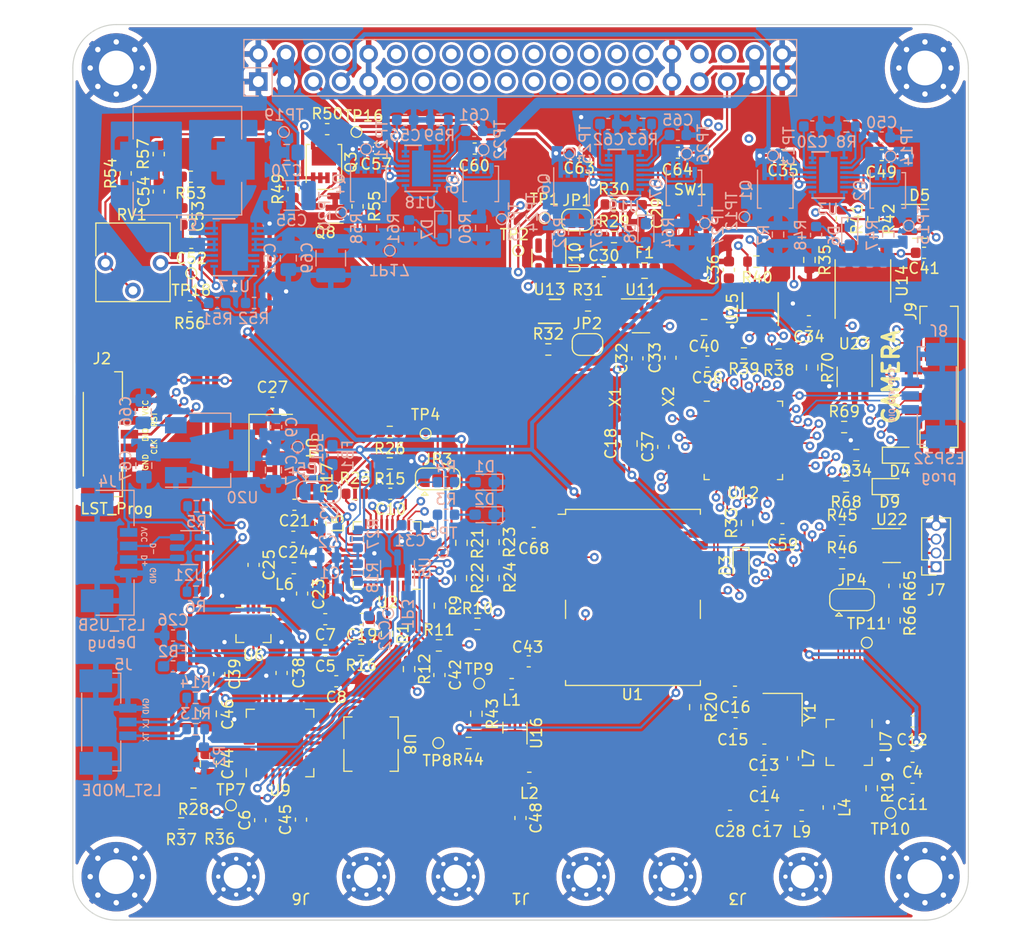
<source format=kicad_pcb>
(kicad_pcb (version 20211014) (generator pcbnew)

  (general
    (thickness 4.69)
  )

  (paper "A4")
  (layers
    (0 "F.Cu" signal)
    (1 "In1.Cu" signal)
    (2 "In2.Cu" signal)
    (31 "B.Cu" signal)
    (32 "B.Adhes" user "B.Adhesive")
    (33 "F.Adhes" user "F.Adhesive")
    (34 "B.Paste" user)
    (35 "F.Paste" user)
    (36 "B.SilkS" user "B.Silkscreen")
    (37 "F.SilkS" user "F.Silkscreen")
    (38 "B.Mask" user)
    (39 "F.Mask" user)
    (40 "Dwgs.User" user "User.Drawings")
    (41 "Cmts.User" user "User.Comments")
    (42 "Eco1.User" user "User.Eco1")
    (43 "Eco2.User" user "User.Eco2")
    (44 "Edge.Cuts" user)
    (45 "Margin" user)
    (46 "B.CrtYd" user "B.Courtyard")
    (47 "F.CrtYd" user "F.Courtyard")
    (48 "B.Fab" user)
    (49 "F.Fab" user)
    (50 "User.1" user)
    (51 "User.2" user)
    (52 "User.3" user)
    (53 "User.4" user)
    (54 "User.5" user)
    (55 "User.6" user)
    (56 "User.7" user)
    (57 "User.8" user)
    (58 "User.9" user)
  )

  (setup
    (stackup
      (layer "F.SilkS" (type "Top Silk Screen"))
      (layer "F.Paste" (type "Top Solder Paste"))
      (layer "F.Mask" (type "Top Solder Mask") (thickness 0.01))
      (layer "F.Cu" (type "copper") (thickness 0.035))
      (layer "dielectric 1" (type "core") (thickness 1.51) (material "FR4") (epsilon_r 4.5) (loss_tangent 0.02))
      (layer "In1.Cu" (type "copper") (thickness 0.035))
      (layer "dielectric 2" (type "prepreg") (thickness 1.51) (material "FR4") (epsilon_r 4.5) (loss_tangent 0.02))
      (layer "In2.Cu" (type "copper") (thickness 0.035))
      (layer "dielectric 3" (type "core") (thickness 1.51) (material "FR4") (epsilon_r 4.5) (loss_tangent 0.02))
      (layer "B.Cu" (type "copper") (thickness 0.035))
      (layer "B.Mask" (type "Bottom Solder Mask") (thickness 0.01))
      (layer "B.Paste" (type "Bottom Solder Paste"))
      (layer "B.SilkS" (type "Bottom Silk Screen"))
      (copper_finish "None")
      (dielectric_constraints no)
    )
    (pad_to_mask_clearance 0)
    (pcbplotparams
      (layerselection 0x00010fc_ffffffff)
      (disableapertmacros false)
      (usegerberextensions false)
      (usegerberattributes true)
      (usegerberadvancedattributes true)
      (creategerberjobfile true)
      (svguseinch false)
      (svgprecision 6)
      (excludeedgelayer true)
      (plotframeref false)
      (viasonmask false)
      (mode 1)
      (useauxorigin false)
      (hpglpennumber 1)
      (hpglpenspeed 20)
      (hpglpendiameter 15.000000)
      (dxfpolygonmode true)
      (dxfimperialunits true)
      (dxfusepcbnewfont true)
      (psnegative false)
      (psa4output false)
      (plotreference true)
      (plotvalue true)
      (plotinvisibletext false)
      (sketchpadsonfab false)
      (subtractmaskfromsilk false)
      (outputformat 1)
      (mirror false)
      (drillshape 1)
      (scaleselection 1)
      (outputdirectory "")
    )
  )

  (net 0 "")
  (net 1 "Net-(C1-Pad1)")
  (net 2 "GND")
  (net 3 "+3V3")
  (net 4 "/OpenLST (Beacon)/PA_VAPC")
  (net 5 "+3V8")
  (net 6 "/OpenLST (Beacon)/VDD_USB_LST")
  (net 7 "Net-(C12-Pad1)")
  (net 8 "Net-(C13-Pad2)")
  (net 9 "Net-(C15-Pad1)")
  (net 10 "Net-(C16-Pad1)")
  (net 11 "Net-(C17-Pad1)")
  (net 12 "Net-(C17-Pad2)")
  (net 13 "/MCU/MCU_POWER")
  (net 14 "Net-(C19-Pad1)")
  (net 15 "/3V3 power share/VCC_EN")
  (net 16 "Net-(C21-Pad2)")
  (net 17 "Net-(C22-Pad1)")
  (net 18 "Net-(C23-Pad2)")
  (net 19 "Net-(C24-Pad1)")
  (net 20 "Net-(C24-Pad2)")
  (net 21 "Net-(C25-Pad2)")
  (net 22 "Net-(C26-Pad1)")
  (net 23 "Net-(C29-Pad1)")
  (net 24 "/3V3 power share/EPS#1")
  (net 25 "Net-(C35-Pad2)")
  (net 26 "Net-(C38-Pad1)")
  (net 27 "Net-(C38-Pad2)")
  (net 28 "Net-(C39-Pad1)")
  (net 29 "Net-(C39-Pad2)")
  (net 30 "/MCU/VREF")
  (net 31 "Net-(C42-Pad1)")
  (net 32 "Net-(C43-Pad1)")
  (net 33 "Net-(C43-Pad2)")
  (net 34 "Net-(C45-Pad1)")
  (net 35 "Net-(C45-Pad2)")
  (net 36 "Net-(C48-Pad1)")
  (net 37 "Net-(C48-Pad2)")
  (net 38 "Net-(C49-Pad1)")
  (net 39 "/3V3 power share/EPS#2")
  (net 40 "Net-(C50-Pad1)")
  (net 41 "VIN")
  (net 42 "Net-(C52-Pad1)")
  (net 43 "Net-(C52-Pad2)")
  (net 44 "Net-(C53-Pad1)")
  (net 45 "Net-(C54-Pad1)")
  (net 46 "/Power Convertor/VBAT1/VCC_EN")
  (net 47 "/Power Convertor/EPS#1_VBAT")
  (net 48 "Net-(C57-Pad2)")
  (net 49 "Net-(C60-Pad1)")
  (net 50 "/Power Convertor/EPS#2_VBAT")
  (net 51 "Net-(C61-Pad1)")
  (net 52 "/5V power share/VCC_EN")
  (net 53 "/5V power share/EPS#1")
  (net 54 "Net-(C63-Pad2)")
  (net 55 "Net-(C64-Pad1)")
  (net 56 "/5V power share/EPS#2")
  (net 57 "Net-(C65-Pad1)")
  (net 58 "/OpenLST (Beacon)/USB_POWER_LST")
  (net 59 "Net-(D1-Pad2)")
  (net 60 "Net-(D2-Pad2)")
  (net 61 "Net-(D3-Pad1)")
  (net 62 "Net-(D4-Pad1)")
  (net 63 "/MCU/CAN_L")
  (net 64 "/MCU/CAN_H")
  (net 65 "Net-(D6-Pad1)")
  (net 66 "Net-(D6-Pad2)")
  (net 67 "Net-(D7-Pad1)")
  (net 68 "Net-(D7-Pad2)")
  (net 69 "Net-(D8-Pad1)")
  (net 70 "Net-(D8-Pad2)")
  (net 71 "Net-(D9-Pad1)")
  (net 72 "Net-(F1-Pad2)")
  (net 73 "Net-(FB1-Pad1)")
  (net 74 "/OpenLST (Beacon)/PROG_DD")
  (net 75 "/OpenLST (Beacon)/PROG_DC")
  (net 76 "/OpenLST (Beacon)/~{LST_RESET}")
  (net 77 "/MCU/USB_POWER")
  (net 78 "Net-(J7-Pad2)")
  (net 79 "Net-(J7-Pad3)")
  (net 80 "/MCU/SWCLK")
  (net 81 "/MCU/SWDIO")
  (net 82 "/MCU/QSPI_D1{slash}CAM_CSN")
  (net 83 "/MCU/QSPI_D2{slash}CAM_MOSI")
  (net 84 "/MCU/QSPI_D3{slash}CAM_MISO")
  (net 85 "/MCU/LED1_QSPI")
  (net 86 "+5V")
  (net 87 "/I2C_SDA")
  (net 88 "/I2C_SCL")
  (net 89 "unconnected-(J12-Pad6)")
  (net 90 "unconnected-(J12-Pad8)")
  (net 91 "unconnected-(J12-Pad11)")
  (net 92 "unconnected-(J12-Pad12)")
  (net 93 "unconnected-(J12-Pad13)")
  (net 94 "unconnected-(J12-Pad14)")
  (net 95 "unconnected-(J12-Pad15)")
  (net 96 "unconnected-(J12-Pad16)")
  (net 97 "unconnected-(J12-Pad17)")
  (net 98 "unconnected-(J12-Pad18)")
  (net 99 "/MCU/RS_485_~{B}")
  (net 100 "/MCU/RS_485_A")
  (net 101 "unconnected-(J12-Pad23)")
  (net 102 "unconnected-(J12-Pad24)")
  (net 103 "/MCU/LED1_CAM")
  (net 104 "/MCU/QSPI_SCK")
  (net 105 "/MCU/QSPI_NCS")
  (net 106 "unconnected-(J12-Pad34)")
  (net 107 "unconnected-(J12-Pad36)")
  (net 108 "Net-(JP1-Pad1)")
  (net 109 "/MCU/NRST")
  (net 110 "Net-(JP2-Pad1)")
  (net 111 "Net-(JP2-Pad2)")
  (net 112 "/OpenLST (Beacon)/RF_EN")
  (net 113 "/OpenLST (Beacon)/RF_EN_MCU")
  (net 114 "/OpenLST (Beacon)/RF_PWR_EN")
  (net 115 "Net-(JP4-Pad3)")
  (net 116 "/MCU/VDD_USB")
  (net 117 "Net-(L3-Pad1)")
  (net 118 "Net-(L3-Pad2)")
  (net 119 "Net-(L4-Pad1)")
  (net 120 "Net-(L4-Pad2)")
  (net 121 "Net-(Q1-Pad5)")
  (net 122 "Net-(Q1-Pad4)")
  (net 123 "Net-(Q2-Pad4)")
  (net 124 "Net-(Q2-Pad5)")
  (net 125 "Net-(Q3-Pad4)")
  (net 126 "Net-(Q3-Pad5)")
  (net 127 "Net-(Q4-Pad5)")
  (net 128 "Net-(Q4-Pad4)")
  (net 129 "Net-(Q5-Pad4)")
  (net 130 "Net-(Q5-Pad5)")
  (net 131 "Net-(Q6-Pad5)")
  (net 132 "Net-(Q6-Pad4)")
  (net 133 "Net-(Q7-Pad4)")
  (net 134 "Net-(Q7-Pad5)")
  (net 135 "/OpenLST (Beacon)/~{LST_RX_MODE}")
  (net 136 "/OpenLST (Beacon)/LST_TX_MODE")
  (net 137 "Net-(R3-Pad2)")
  (net 138 "Net-(R4-Pad2)")
  (net 139 "Net-(R5-Pad1)")
  (net 140 "/OpenLST (Beacon)/USB_N")
  (net 141 "/OpenLST (Beacon)/USB_P")
  (net 142 "Net-(R6-Pad2)")
  (net 143 "Net-(R8-Pad2)")
  (net 144 "Net-(R9-Pad1)")
  (net 145 "/OpenLST (Beacon)/UART0_CTS")
  (net 146 "Net-(R10-Pad1)")
  (net 147 "/OpenLST (Beacon)/UART0_RTS")
  (net 148 "Net-(R11-Pad1)")
  (net 149 "/OpenLST (Beacon)/UART0_RX")
  (net 150 "Net-(R12-Pad1)")
  (net 151 "/OpenLST (Beacon)/UART0_TX")
  (net 152 "Net-(R15-Pad2)")
  (net 153 "Net-(R16-Pad2)")
  (net 154 "Net-(R17-Pad1)")
  (net 155 "Net-(R17-Pad2)")
  (net 156 "Net-(R19-Pad2)")
  (net 157 "/OpenLST (Beacon)/AN0")
  (net 158 "/OpenLST (Beacon)/AN1")
  (net 159 "Net-(R25-Pad2)")
  (net 160 "/OpenLST (Beacon)/RF_BYP")
  (net 161 "Net-(R32-Pad1)")
  (net 162 "/MCU/LED2")
  (net 163 "/MCU/CAN_RS")
  (net 164 "/MCU/RS_485_R_EN")
  (net 165 "/MCU/RS_485_T_EN")
  (net 166 "Net-(R43-Pad2)")
  (net 167 "Net-(R44-Pad1)")
  (net 168 "Net-(R44-Pad2)")
  (net 169 "Net-(R45-Pad1)")
  (net 170 "/MCU/USB_N")
  (net 171 "/MCU/USB_P")
  (net 172 "Net-(R46-Pad2)")
  (net 173 "Net-(R51-Pad2)")
  (net 174 "Net-(R52-Pad1)")
  (net 175 "Net-(R54-Pad2)")
  (net 176 "Net-(R59-Pad2)")
  (net 177 "Net-(R63-Pad2)")
  (net 178 "unconnected-(U1-Pad1)")
  (net 179 "unconnected-(U1-Pad3)")
  (net 180 "/GPS Module/IRQ")
  (net 181 "unconnected-(U1-Pad5)")
  (net 182 "unconnected-(U1-Pad6)")
  (net 183 "/GPS Module/RESET")
  (net 184 "unconnected-(U1-Pad15)")
  (net 185 "unconnected-(U1-Pad16)")
  (net 186 "unconnected-(U1-Pad17)")
  (net 187 "/GPS Module/TXD")
  (net 188 "/GPS Module/RXD")
  (net 189 "unconnected-(U2-Pad8)")
  (net 190 "unconnected-(U2-Pad18)")
  (net 191 "unconnected-(U2-Pad20)")
  (net 192 "/MCU/NRF_CE")
  (net 193 "/MCU/NRF_SPI_CSN")
  (net 194 "/MCU/NRF_SPI_SCK")
  (net 195 "/MCU/NRF_SPI_MOSI")
  (net 196 "/MCU/NRF_SPI_MISO")
  (net 197 "/MCU/NRF_IRQ")
  (net 198 "Net-(U8-Pad2)")
  (net 199 "Net-(U8-Pad6)")
  (net 200 "unconnected-(U9-Pad14)")
  (net 201 "unconnected-(U9-Pad16)")
  (net 202 "unconnected-(U9-Pad25)")
  (net 203 "unconnected-(U10-Pad3)")
  (net 204 "/MCU/WDG_RESET")
  (net 205 "unconnected-(U11-Pad3)")
  (net 206 "unconnected-(U12-Pad1)")
  (net 207 "/MCU/LSE")
  (net 208 "/MCU/HSE")
  (net 209 "/MCU/CAN_RX")
  (net 210 "/MCU/CAN_TX")
  (net 211 "unconnected-(U13-Pad3)")
  (net 212 "/MCU/RS_485_R")
  (net 213 "/MCU/RS_485_T")
  (net 214 "unconnected-(U15-Pad7)")
  (net 215 "unconnected-(X1-Pad1)")
  (net 216 "unconnected-(U6-Pad4)")
  (net 217 "/camera/CAM_VCC")
  (net 218 "Net-(R70-Pad1)")
  (net 219 "Net-(U21-Pad6)")
  (net 220 "Net-(U21-Pad4)")
  (net 221 "Net-(R13-Pad2)")
  (net 222 "Net-(R14-Pad2)")

  (footprint "Capacitor_SMD:C_0805_2012Metric_Pad1.18x1.45mm_HandSolder" (layer "F.Cu") (at 143.1544 71.9044))

  (footprint "TCY_Buttons:KMT031NGJLHS" (layer "F.Cu") (at 141.8844 61.5881))

  (footprint "Resistor_SMD:R_0603_1608Metric" (layer "F.Cu") (at 98.5276 117.602))

  (footprint "Resistor_SMD:R_0603_1608Metric" (layer "F.Cu") (at 158.75 61.9252 -90))

  (footprint "Package_DFN_QFN:QFN-20-1EP_4x4mm_P0.5mm_EP2.5x2.5mm" (layer "F.Cu") (at 156.5148 110.1344 -90))

  (footprint "MountingHole:MountingHole_3.2mm_M3_Pad_Via" (layer "F.Cu") (at 163.5 122.5))

  (footprint "Resistor_SMD:R_0603_1608Metric" (layer "F.Cu") (at 120.8024 91.7448 90))

  (footprint "Capacitor_SMD:C_0603_1608Metric" (layer "F.Cu") (at 98.4905 103.8352 -90))

  (footprint "Resistor_SMD:R_0603_1608Metric" (layer "F.Cu") (at 147.9804 65.8368 180))

  (footprint "Inductor_SMD:L_0603_1608Metric" (layer "F.Cu") (at 107.7976 89.9668 -90))

  (footprint "Resistor_SMD:R_0603_1608Metric" (layer "F.Cu") (at 121.4628 110.1852))

  (footprint "MountingHole:MountingHole_3.2mm_M3_Pad_Via" (layer "F.Cu") (at 89 48))

  (footprint "Package_TO_SOT_SMD:SOT-23-6" (layer "F.Cu") (at 160.4386 91.9988))

  (footprint "Capacitor_SMD:C_0603_1608Metric" (layer "F.Cu") (at 105.41 88.2396))

  (footprint "Capacitor_SMD:C_0603_1608Metric" (layer "F.Cu") (at 127.4572 90.8304 180))

  (footprint "Capacitor_SMD:C_0603_1608Metric" (layer "F.Cu") (at 152.8064 71.3232 180))

  (footprint "Resistor_SMD:R_0603_1608Metric" (layer "F.Cu") (at 153.1112 75.5904 -90))

  (footprint "Capacitor_SMD:C_0603_1608Metric" (layer "F.Cu") (at 114.2492 87.2236 180))

  (footprint "Inductor_SMD:L_0603_1608Metric" (layer "F.Cu") (at 127.0508 113.3856))

  (footprint "RF_GPS:ublox_NEO" (layer "F.Cu") (at 136.6012 96.774))

  (footprint "Package_TO_SOT_SMD:SOT-23-6_Handsoldering" (layer "F.Cu") (at 157.0228 76.454 -90))

  (footprint "Capacitor_SMD:C_0603_1608Metric" (layer "F.Cu") (at 108.2548 98.7792 180))

  (footprint "Inductor_SMD:L_0603_1608Metric" (layer "F.Cu") (at 105.3344 59.1454 90))

  (footprint "Resistor_SMD:R_0603_1608Metric" (layer "F.Cu") (at 158.5976 114.3508 90))

  (footprint "Jumper:SolderJumper-2_P1.3mm_Open_RoundedPad1.0x1.5mm" (layer "F.Cu") (at 132.4108 73.4753 180))

  (footprint "Capacitor_SMD:C_0603_1608Metric" (layer "F.Cu") (at 118.7704 103.9238 90))

  (footprint "Jumper:SolderJumper-2_P1.3mm_Open_RoundedPad1.0x1.5mm" (layer "F.Cu") (at 131.4456 61.9945))

  (footprint "Inductor_SMD:L_0603_1608Metric" (layer "F.Cu") (at 95.8596 58.0136))

  (footprint "Capacitor_SMD:C_0603_1608Metric" (layer "F.Cu") (at 133.9218 66.7189))

  (footprint "Capacitor_SMD:C_0603_1608Metric" (layer "F.Cu") (at 127 102.6668 180))

  (footprint "Jumper:SolderJumper-3_P1.3mm_Open_RoundedPad1.0x1.5mm" (layer "F.Cu") (at 156.781 96.9871))

  (footprint "Capacitor_SMD:C_0603_1608Metric" (layer "F.Cu") (at 148.7046 113.6904))

  (footprint "MountingHole:MountingHole_3.2mm_M3_Pad_Via" (layer "F.Cu") (at 163.5 48))

  (footprint "Resistor_SMD:R_0603_1608Metric" (layer "F.Cu") (at 111.5568 101.6 180))

  (footprint "Resistor_SMD:R_0603_1608Metric" (layer "F.Cu") (at 118.8212 97.536 -90))

  (footprint "Resistor_SMD:R_0603_1608Metric" (layer "F.Cu") (at 134.8492 60.5721))

  (footprint "Resistor_SMD:R_0603_1608Metric" (layer "F.Cu") (at 157.1752 83.6676 180))

  (footprint "Capacitor_SMD:C_0603_1608Metric" (layer "F.Cu") (at 122.0216 55.4228))

  (footprint "TCY_Connector:TestPoint_Pad_D0.5mm" (layer "F.Cu") (at 122.428 104.6988))

  (footprint "Resistor_SMD:R_0603_1608Metric" (layer "F.Cu") (at 123.7488 94.996 90))

  (footprint "Resistor_SMD:R_0603_1608Metric" (layer "F.Cu") (at 115.9764 103.378 -90))

  (footprint "Capacitor_SMD:C_0603_1608Metric" (layer "F.Cu") (at 139.3952 82.9056 90))

  (footprint "Resistor_SMD:R_0603_1608Metric" (layer "F.Cu") (at 155.8666 90.5764 180))

  (footprint "Resistor_SMD:R_0603_1608Metric" (layer "F.Cu") (at 110.998 87.2236))

  (footprint "Resistor_SMD:R_0603_1608Metric" (layer "F.Cu") (at 113.9444 100.1268 90))

  (footprint "footprints:iPEX" (layer "F.Cu") (at 146.25 122.5 180))

  (footprint "Capacitor_SMD:C_0603_1608Metric" (layer "F.Cu") (at 145.542 116.8908 180))

  (footprint "TCY_Connector:TestPoint_Pad_D0.5mm" (layer "F.Cu") (at 158.1404 100.9396))

  (footprint "Capacitor_SMD:C_0603_1608Metric" (layer "F.Cu") (at 162.3568 114.4016 180))

  (footprint "Capacitor_SMD:C_0603_1608Metric" (layer "F.Cu") (at 112.9284 55.4228))

  (footprint "Inductor_SMD:L_0603_1608Metric" (layer "F.Cu") (at 151.3332 111.6076 -90))

  (footprint "Capacitor_SMD:C_0603_1608Metric" (layer "F.Cu") (at 137.414 61.3849 -90))

  (footprint "Capacitor_SMD:C_0603_1608Metric" (layer "F.Cu") (at 159.517223 56.0263))

  (footprint "Resistor_SMD:R_0603_1608Metric" (layer "F.Cu") (at 142.3416 106.8832 90))

  (footprint "Resistor_SMD:R_0603_1608Metric" (layer "F.Cu") (at 120.7516 94.996 90))

  (footprint "Resistor_SMD:R_0603_1608Metric" (layer "F.Cu") (at 160.6926 98.9076 -90))

  (footprint "footprints:iPEX" (layer "F.Cu")
    (tedit 62249243) (tstamp 5e845d28-b090-4cbe-b836-36c12cd256a2)
    (at 106 122.5 180)
    (property "Sheetfile" "OpenLST.kicad_sch")
    (property "Sheetname" "OpenLST (Beacon)")
    (path "/829b2795-9702-4633-a078-e2998d6d9402/bd95501b-0179-41e8-b4ae-aa683068528d")
    (attr smd)
    (fp_text reference "J6" (at 0 -2 180 unlocked) (layer "F.SilkS")
      (effects (font (size 1 1) (thickness 0.15)))
      (tstamp 01a309ae-24f0-425f-8e66-62836d44754f)
    )
    (fp_text value "iPEX" (at 0 3.25 180 unlocked) (layer "F.Fab")
      (ef
... [2816850 chars truncated]
</source>
